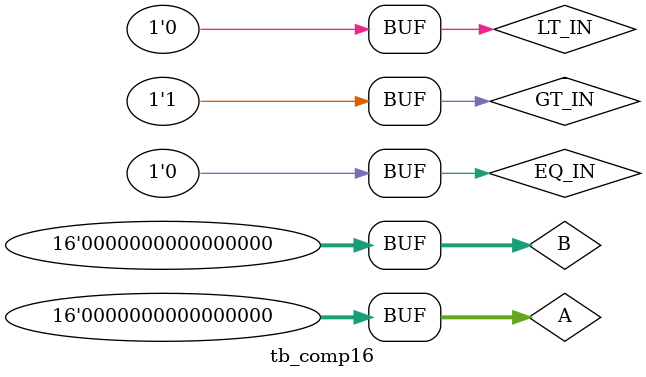
<source format=v>
module tb_comp16;

reg [15:0] A, B;
reg GT_IN, EQ_IN, LT_IN;
wire GT, EQ, LT;

mod_comp16 comp(
    .GT(GT), .EQ(EQ), .LT(LT),
    .A(A), .B(B),
    .GT_IN(GT_IN), .EQ_IN(EQ_IN), .LT_IN(LT_IN));

initial
begin
    $dumpfile("00b_tb_comp.vcd");
    $dumpvars(1, tb_comp16);

    // reset
    GT_IN = 0; EQ_IN = 1; LT_IN = 0;
    A = 42356; B = 42356;
    #10;
    A = 56321; B = 5123;
    #10;
    A = 34212; B = 65535;
    #10;
    A = 0; B = 0;
    #10;

    GT_IN = 0; EQ_IN = 0; LT_IN = 1;
    A = 42356; B = 42356;
    #10;
    A = 56321; B = 5123;
    #10;
    A = 34212; B = 65535;
    #10;
    A = 0; B = 0;
    #10;

    GT_IN = 1; EQ_IN = 0; LT_IN = 0;
    A = 42356; B = 42356;
    #10;
    A = 56321; B = 5123;
    #10;
    A = 34212; B = 1;
    #10;
    A = 0; B = 0;
    #10;

end

endmodule

</source>
